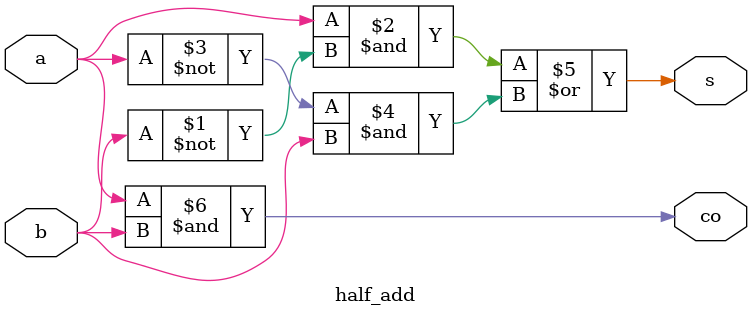
<source format=v>
module full_add(
    input wire a,
    input wire b,
    input wire ci,

    output wire co,
    output wire s
);
    assign s = ~a & ~b &  ci |
                ~a &  b & ~ci |
                a & ~b & ~ci |
                a &  b &  ci ;

    assign co= ~a &  b &  ci |
                a & ~b &  ci |
                a &  b & ~ci |
                a &  b &  ci ;
                
endmodule // full_add
/*
 a b ci|co s
 0 0 0 |0  0
 0 0 1 |0  1
 0 1 0 |0  1
 0 1 1 |1  0
 1 0 0 |0  1
 1 0 1 |1  0
 1 1 0 |1  0
 1 1 1 |1  1
*/

//////////////////////////////////////////////////
//////////////////////////////////////////////////

module half_add(
    input wire a,
    input wire b,
    
    output wire co,
    output wire s
);
    assign s  = a & ~b | ~a & b;
    assign co = a & b ;

endmodule // half_add

/*
 a b|co s
 0 0|0  0
 0 1|0  1
 1 0|0  1
 1 1|1  0
*/
</source>
